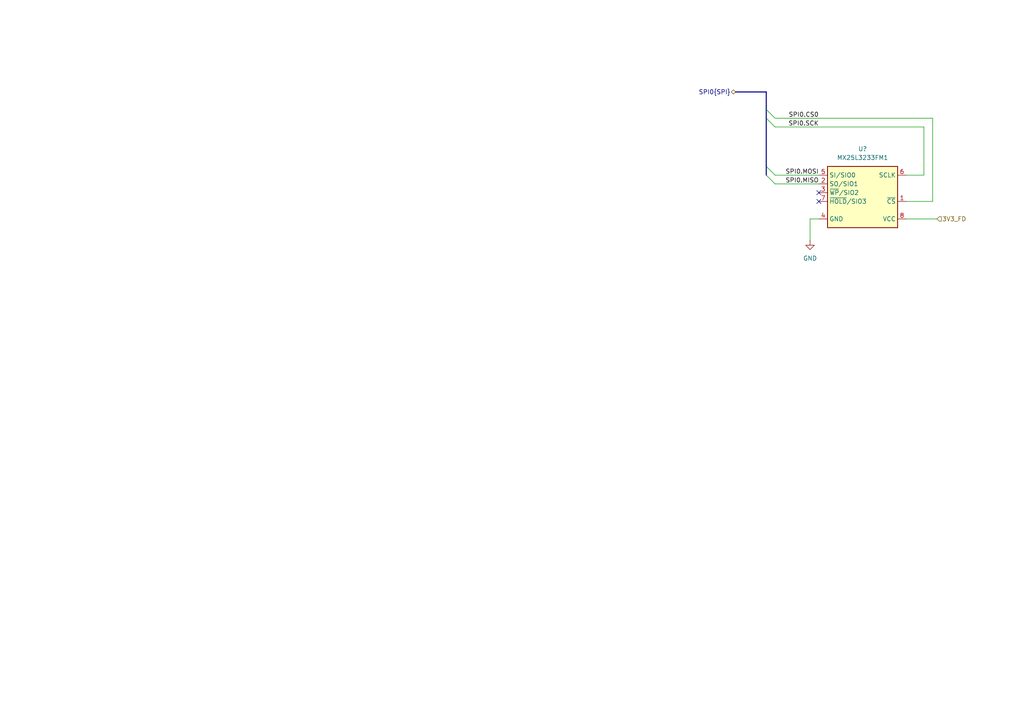
<source format=kicad_sch>
(kicad_sch (version 20250114) (generator "eeschema") (generator_version "9.0")
  (paper "A4")
  (title_block (title "RPi HwAB HAT+") (date "2025-08-23") (rev "01") (company "Andre S Winkel"))
  (lib_symbols
    (symbol "Memory_Flash:MX25L3233FM1"
      (property "Reference" "U?" (at 20.32 1.27 0))
      (property "Value" "MX25L3233FM1" (at 20.32 -1.27 0))
      (symbol "MX25L3233FM1_0_1"
        (rectangle (start -10.16 8.89) (end 10.16 -8.89) (stroke (width 0.254)) (fill (type background)))
      )
      (symbol "MX25L3233FM1_1_1"
        (pin bidirectional line (at -12.7 6.35 0) (length 2.54) (name "SI/SIO0") (number "5"))
        (pin bidirectional line (at -12.7 3.81 0) (length 2.54) (name "SO/SIO1") (number "2"))
        (pin bidirectional line (at -12.7 1.27 0) (length 2.54) (name "~{WP}/SIO2") (number "3"))
        (pin bidirectional line (at -12.7 -1.27 0) (length 2.54) (name "~{HOLD}/SIO3") (number "7"))
        (pin power_in line (at -12.7 -6.35 0) (length 2.54) (name "GND") (number "4"))
        (pin input line (at 12.7 6.35 180) (length 2.54) (name "SCLK") (number "6"))
        (pin input line (at 12.7 -1.27 180) (length 2.54) (name "~{CS}") (number "1"))
        (pin power_in line (at 12.7 -6.35 180) (length 2.54) (name "VCC") (number "8"))
      )
    )
    (symbol "power:GND" (power) (pin_numbers (hide yes)) (pin_names (offset 0) (hide yes))
      (property "Value" "GND" (at 0 -3.81 0))
      (symbol "GND_0_1"
        (polyline (pts (xy 0 0) (xy 0 -1.27) (xy 1.27 -1.27) (xy 0 -2.54) (xy -1.27 -1.27) (xy 0 -1.27)))
      )
      (symbol "GND_1_1"
        (pin power_in line (at 0 0 270) (length 0) (name "~") (number "1"))
      )
    )
  )
  (no_connect (at 237.49 58.42))
  (no_connect (at 237.49 55.88))
  (bus_entry (at 222.25 48.26) (size 2.54 2.54))
  (bus_entry (at 222.25 31.75) (size 2.54 2.54))
  (bus_entry (at 222.25 50.8) (size 2.54 2.54))
  (bus_entry (at 222.25 34.29) (size 2.54 2.54))
  (bus (pts (xy 222.25 48.26) (xy 222.25 50.8)))
  (wire (pts (xy 262.89 50.8) (xy 267.97 50.8)))
  (bus (pts (xy 222.25 26.67) (xy 222.25 31.75)))
  (wire (pts (xy 270.51 34.29) (xy 270.51 58.42)))
  (wire (pts (xy 224.79 50.8) (xy 237.49 50.8)))
  (wire (pts (xy 224.79 53.34) (xy 237.49 53.34)))
  (wire (pts (xy 237.49 63.5) (xy 234.95 63.5)))
  (wire (pts (xy 267.97 36.83) (xy 267.97 50.8)))
  (wire (pts (xy 262.89 63.5) (xy 271.78 63.5)))
  (wire (pts (xy 224.79 36.83) (xy 267.97 36.83)))
  (wire (pts (xy 234.95 63.5) (xy 234.95 69.85)))
  (wire (pts (xy 262.89 58.42) (xy 270.51 58.42)))
  (bus (pts (xy 213.36 26.67) (xy 222.25 26.67)))
  (bus (pts (xy 222.25 34.29) (xy 222.25 48.26)))
  (bus (pts (xy 222.25 31.75) (xy 222.25 34.29)))
  (wire (pts (xy 224.79 34.29) (xy 270.51 34.29)))
  (label "SPI0.CS0" (at 237.49 34.29 180))
  (label "SPI0.SCK" (at 237.49 36.83 180))
  (label "SPI0.MOSI" (at 237.49 50.8 180))
  (label "SPI0.MISO" (at 237.49 53.34 180))
  (hierarchical_label "SPI0{SPI}" (shape bidirectional) (at 213.36 26.67 180))
  (hierarchical_label "3V3_FD" (shape input) (at 271.78 63.5 0))
  (symbol (lib_id "Memory_Flash:MX25L3233FM1") (at 250.19 57.15 0) (unit 1)
    (property "Reference" "U?" (at 250.19 43.18 0))
    (property "Value" "MX25L3233FM1" (at 250.19 45.72 0))
    (property "Footprint" "Package_SO:JEITA_SOIC-8_3.9x4.9mm_P1.27mm" (effects (hide yes)))
    (property "Datasheet" "https://www.macronix.com/Lists/Datasheet/Attachments/8377/MX25L3233F,%203V,%2032Mb,%20v1.1.pdf" (effects (hide yes)))
    (property "Description" "32-Mbit, 3V (2.65V-3.6V) SPI Serial Flash Memory, JEITA SOIC-8 (SOP-8)" (effects (hide yes)))
  )
  (symbol (lib_id "power:GND") (at 234.95 69.85 0) (unit 1)
    (property "Reference" "#PWR026" (effects (hide yes)))
    (property "Value" "GND" (at 234.95 74.93 0))
    (property "Description" "Power symbol creates a global label with name \"GND\" , ground" (effects (hide yes)))
  )
)
</source>
